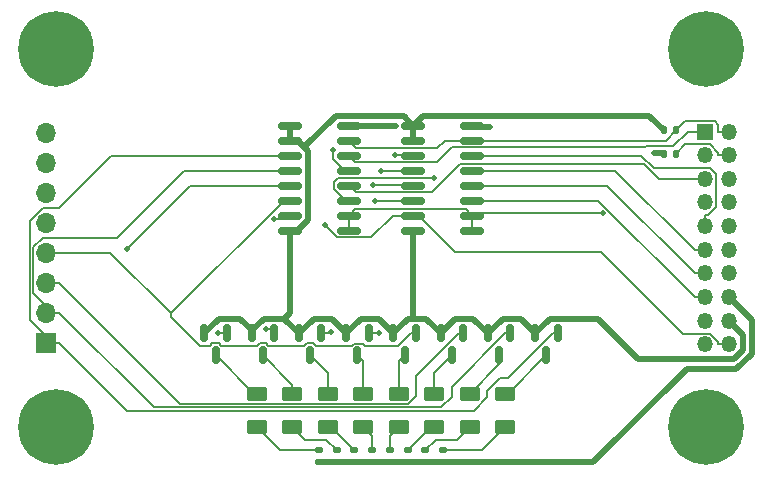
<source format=gbr>
%TF.GenerationSoftware,KiCad,Pcbnew,7.0.7*%
%TF.CreationDate,2024-01-06T16:12:51-06:00*%
%TF.ProjectId,MAR,4d41522e-6b69-4636-9164-5f7063625858,rev?*%
%TF.SameCoordinates,Original*%
%TF.FileFunction,Copper,L1,Top*%
%TF.FilePolarity,Positive*%
%FSLAX46Y46*%
G04 Gerber Fmt 4.6, Leading zero omitted, Abs format (unit mm)*
G04 Created by KiCad (PCBNEW 7.0.7) date 2024-01-06 16:12:51*
%MOMM*%
%LPD*%
G01*
G04 APERTURE LIST*
G04 Aperture macros list*
%AMRoundRect*
0 Rectangle with rounded corners*
0 $1 Rounding radius*
0 $2 $3 $4 $5 $6 $7 $8 $9 X,Y pos of 4 corners*
0 Add a 4 corners polygon primitive as box body*
4,1,4,$2,$3,$4,$5,$6,$7,$8,$9,$2,$3,0*
0 Add four circle primitives for the rounded corners*
1,1,$1+$1,$2,$3*
1,1,$1+$1,$4,$5*
1,1,$1+$1,$6,$7*
1,1,$1+$1,$8,$9*
0 Add four rect primitives between the rounded corners*
20,1,$1+$1,$2,$3,$4,$5,0*
20,1,$1+$1,$4,$5,$6,$7,0*
20,1,$1+$1,$6,$7,$8,$9,0*
20,1,$1+$1,$8,$9,$2,$3,0*%
G04 Aperture macros list end*
%TA.AperFunction,ComponentPad*%
%ADD10C,6.400000*%
%TD*%
%TA.AperFunction,SMDPad,CuDef*%
%ADD11RoundRect,0.150000X-0.150000X0.587500X-0.150000X-0.587500X0.150000X-0.587500X0.150000X0.587500X0*%
%TD*%
%TA.AperFunction,SMDPad,CuDef*%
%ADD12RoundRect,0.250000X-0.625000X0.375000X-0.625000X-0.375000X0.625000X-0.375000X0.625000X0.375000X0*%
%TD*%
%TA.AperFunction,SMDPad,CuDef*%
%ADD13RoundRect,0.135000X-0.185000X0.135000X-0.185000X-0.135000X0.185000X-0.135000X0.185000X0.135000X0*%
%TD*%
%TA.AperFunction,SMDPad,CuDef*%
%ADD14RoundRect,0.135000X-0.135000X-0.185000X0.135000X-0.185000X0.135000X0.185000X-0.135000X0.185000X0*%
%TD*%
%TA.AperFunction,SMDPad,CuDef*%
%ADD15RoundRect,0.150000X-0.825000X-0.150000X0.825000X-0.150000X0.825000X0.150000X-0.825000X0.150000X0*%
%TD*%
%TA.AperFunction,SMDPad,CuDef*%
%ADD16RoundRect,0.135000X0.135000X0.185000X-0.135000X0.185000X-0.135000X-0.185000X0.135000X-0.185000X0*%
%TD*%
%TA.AperFunction,ComponentPad*%
%ADD17R,1.700000X1.700000*%
%TD*%
%TA.AperFunction,ComponentPad*%
%ADD18O,1.700000X1.700000*%
%TD*%
%TA.AperFunction,ComponentPad*%
%ADD19R,1.350000X1.350000*%
%TD*%
%TA.AperFunction,ComponentPad*%
%ADD20O,1.350000X1.350000*%
%TD*%
%TA.AperFunction,ViaPad*%
%ADD21C,0.500000*%
%TD*%
%TA.AperFunction,Conductor*%
%ADD22C,0.150000*%
%TD*%
%TA.AperFunction,Conductor*%
%ADD23C,0.500000*%
%TD*%
G04 APERTURE END LIST*
D10*
%TO.P,H3,1*%
%TO.N,N/C*%
X148000000Y-107600000D03*
%TD*%
D11*
%TO.P,Q3,1,G*%
%TO.N,/Q2*%
X127450000Y-99662500D03*
%TO.P,Q3,2,S*%
%TO.N,GND*%
X125550000Y-99662500D03*
%TO.P,Q3,3,D*%
%TO.N,Net-(D3-K)*%
X126500000Y-101537500D03*
%TD*%
D12*
%TO.P,D4,1,K*%
%TO.N,Net-(D4-K)*%
X122000000Y-104800000D03*
%TO.P,D4,2,A*%
%TO.N,Net-(D4-A)*%
X122000000Y-107600000D03*
%TD*%
D11*
%TO.P,Q6,1,G*%
%TO.N,/Q5*%
X115450000Y-99662500D03*
%TO.P,Q6,2,S*%
%TO.N,GND*%
X113550000Y-99662500D03*
%TO.P,Q6,3,D*%
%TO.N,Net-(D6-K)*%
X114500000Y-101537500D03*
%TD*%
D12*
%TO.P,D5,1,K*%
%TO.N,Net-(D5-K)*%
X119000000Y-104800000D03*
%TO.P,D5,2,A*%
%TO.N,Net-(D5-A)*%
X119000000Y-107600000D03*
%TD*%
D10*
%TO.P,H1,1*%
%TO.N,N/C*%
X93000000Y-75600000D03*
%TD*%
D13*
%TO.P,R3,1*%
%TO.N,Net-(D3-A)*%
X122750000Y-109580000D03*
%TO.P,R3,2*%
%TO.N,VCC*%
X122750000Y-110600000D03*
%TD*%
D10*
%TO.P,H4,1*%
%TO.N,N/C*%
X148000000Y-75600000D03*
%TD*%
D12*
%TO.P,D8,1,K*%
%TO.N,Net-(D8-K)*%
X110000000Y-104800000D03*
%TO.P,D8,2,A*%
%TO.N,Net-(D8-A)*%
X110000000Y-107600000D03*
%TD*%
D11*
%TO.P,Q2,1,G*%
%TO.N,/Q1*%
X131450000Y-99662500D03*
%TO.P,Q2,2,S*%
%TO.N,GND*%
X129550000Y-99662500D03*
%TO.P,Q2,3,D*%
%TO.N,Net-(D2-K)*%
X130500000Y-101537500D03*
%TD*%
D12*
%TO.P,D7,1,K*%
%TO.N,Net-(D7-K)*%
X113000000Y-104800000D03*
%TO.P,D7,2,A*%
%TO.N,Net-(D7-A)*%
X113000000Y-107600000D03*
%TD*%
D10*
%TO.P,H2,1*%
%TO.N,N/C*%
X93000000Y-107600000D03*
%TD*%
D11*
%TO.P,Q1,1,G*%
%TO.N,/Q0*%
X135450000Y-99662500D03*
%TO.P,Q1,2,S*%
%TO.N,GND*%
X133550000Y-99662500D03*
%TO.P,Q1,3,D*%
%TO.N,Net-(D1-K)*%
X134500000Y-101537500D03*
%TD*%
D14*
%TO.P,R10,1*%
%TO.N,GND*%
X144426900Y-82500000D03*
%TO.P,R10,2*%
%TO.N,CLR*%
X145446900Y-82500000D03*
%TD*%
D15*
%TO.P,U2,1,Oe1*%
%TO.N,GND*%
X123250000Y-82082500D03*
%TO.P,U2,2,Oe2*%
X123250000Y-83352500D03*
%TO.P,U2,3,Q0*%
%TO.N,/Q4*%
X123250000Y-84622500D03*
%TO.P,U2,4,Q1*%
%TO.N,/Q5*%
X123250000Y-85892500D03*
%TO.P,U2,5,Q2*%
%TO.N,/Q6*%
X123250000Y-87162500D03*
%TO.P,U2,6,Q3*%
%TO.N,/Q7*%
X123250000Y-88432500D03*
%TO.P,U2,7,Cp*%
%TO.N,CLK*%
X123250000Y-89702500D03*
%TO.P,U2,8,GND*%
%TO.N,GND*%
X123250000Y-90972500D03*
%TO.P,U2,9,E1*%
%TO.N,~{LOAD}*%
X128200000Y-90972500D03*
%TO.P,U2,10,E2*%
X128200000Y-89702500D03*
%TO.P,U2,11,D3*%
%TO.N,/D7*%
X128200000Y-88432500D03*
%TO.P,U2,12,D2*%
%TO.N,/D6*%
X128200000Y-87162500D03*
%TO.P,U2,13,D1*%
%TO.N,/D5*%
X128200000Y-85892500D03*
%TO.P,U2,14,D0*%
%TO.N,/D4*%
X128200000Y-84622500D03*
%TO.P,U2,15,Mr*%
%TO.N,CLR*%
X128200000Y-83352500D03*
%TO.P,U2,16,VCC*%
%TO.N,VCC*%
X128200000Y-82082500D03*
%TD*%
D16*
%TO.P,R9,1*%
%TO.N,~{LOAD}*%
X145446900Y-84500000D03*
%TO.P,R9,2*%
%TO.N,VCC*%
X144426900Y-84500000D03*
%TD*%
D11*
%TO.P,Q5,1,G*%
%TO.N,/Q4*%
X119450000Y-99662500D03*
%TO.P,Q5,2,S*%
%TO.N,GND*%
X117550000Y-99662500D03*
%TO.P,Q5,3,D*%
%TO.N,Net-(D5-K)*%
X118500000Y-101537500D03*
%TD*%
D12*
%TO.P,D2,1,K*%
%TO.N,Net-(D2-K)*%
X128000000Y-104800000D03*
%TO.P,D2,2,A*%
%TO.N,Net-(D2-A)*%
X128000000Y-107600000D03*
%TD*%
D11*
%TO.P,Q7,1,G*%
%TO.N,/Q6*%
X111450000Y-99662500D03*
%TO.P,Q7,2,S*%
%TO.N,GND*%
X109550000Y-99662500D03*
%TO.P,Q7,3,D*%
%TO.N,Net-(D7-K)*%
X110500000Y-101537500D03*
%TD*%
D15*
%TO.P,U1,1,Oe1*%
%TO.N,GND*%
X112800000Y-82082500D03*
%TO.P,U1,2,Oe2*%
X112800000Y-83352500D03*
%TO.P,U1,3,Q0*%
%TO.N,/Q0*%
X112800000Y-84622500D03*
%TO.P,U1,4,Q1*%
%TO.N,/Q1*%
X112800000Y-85892500D03*
%TO.P,U1,5,Q2*%
%TO.N,/Q2*%
X112800000Y-87162500D03*
%TO.P,U1,6,Q3*%
%TO.N,/Q3*%
X112800000Y-88432500D03*
%TO.P,U1,7,Cp*%
%TO.N,CLK*%
X112800000Y-89702500D03*
%TO.P,U1,8,GND*%
%TO.N,GND*%
X112800000Y-90972500D03*
%TO.P,U1,9,E1*%
%TO.N,~{LOAD}*%
X117750000Y-90972500D03*
%TO.P,U1,10,E2*%
X117750000Y-89702500D03*
%TO.P,U1,11,D3*%
%TO.N,/D3*%
X117750000Y-88432500D03*
%TO.P,U1,12,D2*%
%TO.N,/D2*%
X117750000Y-87162500D03*
%TO.P,U1,13,D1*%
%TO.N,/D1*%
X117750000Y-85892500D03*
%TO.P,U1,14,D0*%
%TO.N,/D0*%
X117750000Y-84622500D03*
%TO.P,U1,15,Mr*%
%TO.N,CLR*%
X117750000Y-83352500D03*
%TO.P,U1,16,VCC*%
%TO.N,VCC*%
X117750000Y-82082500D03*
%TD*%
D11*
%TO.P,Q8,1,G*%
%TO.N,/Q7*%
X107450000Y-99662500D03*
%TO.P,Q8,2,S*%
%TO.N,GND*%
X105550000Y-99662500D03*
%TO.P,Q8,3,D*%
%TO.N,Net-(D8-K)*%
X106500000Y-101537500D03*
%TD*%
D12*
%TO.P,D3,1,K*%
%TO.N,Net-(D3-K)*%
X125000000Y-104800000D03*
%TO.P,D3,2,A*%
%TO.N,Net-(D3-A)*%
X125000000Y-107600000D03*
%TD*%
D13*
%TO.P,R4,1*%
%TO.N,Net-(D4-A)*%
X121250000Y-109590000D03*
%TO.P,R4,2*%
%TO.N,VCC*%
X121250000Y-110610000D03*
%TD*%
D11*
%TO.P,Q4,1,G*%
%TO.N,/Q3*%
X123450000Y-99662500D03*
%TO.P,Q4,2,S*%
%TO.N,GND*%
X121550000Y-99662500D03*
%TO.P,Q4,3,D*%
%TO.N,Net-(D4-K)*%
X122500000Y-101537500D03*
%TD*%
D13*
%TO.P,R5,1*%
%TO.N,Net-(D5-A)*%
X119750000Y-109580000D03*
%TO.P,R5,2*%
%TO.N,VCC*%
X119750000Y-110600000D03*
%TD*%
%TO.P,R8,1*%
%TO.N,Net-(D8-A)*%
X115250000Y-109580000D03*
%TO.P,R8,2*%
%TO.N,VCC*%
X115250000Y-110600000D03*
%TD*%
%TO.P,R1,1*%
%TO.N,Net-(D1-A)*%
X125750000Y-109580000D03*
%TO.P,R1,2*%
%TO.N,VCC*%
X125750000Y-110600000D03*
%TD*%
D17*
%TO.P,J2,1,Pin_1*%
%TO.N,/Q0*%
X92165300Y-100475000D03*
D18*
%TO.P,J2,2,Pin_2*%
%TO.N,/Q1*%
X92165300Y-97935000D03*
%TO.P,J2,3,Pin_3*%
%TO.N,/Q2*%
X92165300Y-95395000D03*
%TO.P,J2,4,Pin_4*%
%TO.N,/Q3*%
X92165300Y-92855000D03*
%TO.P,J2,5,Pin_5*%
%TO.N,/Q4*%
X92165300Y-90315000D03*
%TO.P,J2,6,Pin_6*%
%TO.N,/Q5*%
X92165300Y-87775000D03*
%TO.P,J2,7,Pin_7*%
%TO.N,/Q6*%
X92165300Y-85235000D03*
%TO.P,J2,8,Pin_8*%
%TO.N,/Q7*%
X92165300Y-82695000D03*
%TD*%
D19*
%TO.P,J1,1,Pin_1*%
%TO.N,/D0*%
X147946900Y-82600000D03*
D20*
%TO.P,J1,2,Pin_2*%
%TO.N,CLR*%
X149946900Y-82600000D03*
%TO.P,J1,3,Pin_3*%
%TO.N,/D1*%
X147946900Y-84600000D03*
%TO.P,J1,4,Pin_4*%
%TO.N,~{LOAD}*%
X149946900Y-84600000D03*
%TO.P,J1,5,Pin_5*%
%TO.N,/D2*%
X147946900Y-86600000D03*
%TO.P,J1,6,Pin_6*%
%TO.N,unconnected-(J1-Pin_6-Pad6)*%
X149946900Y-86600000D03*
%TO.P,J1,7,Pin_7*%
%TO.N,/D3*%
X147946900Y-88600000D03*
%TO.P,J1,8,Pin_8*%
%TO.N,unconnected-(J1-Pin_8-Pad8)*%
X149946900Y-88600000D03*
%TO.P,J1,9,Pin_9*%
%TO.N,/D4*%
X147946900Y-90600000D03*
%TO.P,J1,10,Pin_10*%
%TO.N,unconnected-(J1-Pin_10-Pad10)*%
X149946900Y-90600000D03*
%TO.P,J1,11,Pin_11*%
%TO.N,/D5*%
X147946900Y-92600000D03*
%TO.P,J1,12,Pin_12*%
%TO.N,unconnected-(J1-Pin_12-Pad12)*%
X149946900Y-92600000D03*
%TO.P,J1,13,Pin_13*%
%TO.N,/D6*%
X147946900Y-94600000D03*
%TO.P,J1,14,Pin_14*%
%TO.N,unconnected-(J1-Pin_14-Pad14)*%
X149946900Y-94600000D03*
%TO.P,J1,15,Pin_15*%
%TO.N,/D7*%
X147946900Y-96600000D03*
%TO.P,J1,16,Pin_16*%
%TO.N,VCC*%
X149946900Y-96600000D03*
%TO.P,J1,17,Pin_17*%
%TO.N,unconnected-(J1-Pin_17-Pad17)*%
X147946900Y-98600000D03*
%TO.P,J1,18,Pin_18*%
%TO.N,GND*%
X149946900Y-98600000D03*
%TO.P,J1,19,Pin_19*%
%TO.N,unconnected-(J1-Pin_19-Pad19)*%
X147946900Y-100600000D03*
%TO.P,J1,20,Pin_20*%
%TO.N,CLK*%
X149946900Y-100600000D03*
%TD*%
D12*
%TO.P,D6,1,K*%
%TO.N,Net-(D6-K)*%
X116000000Y-104800000D03*
%TO.P,D6,2,A*%
%TO.N,Net-(D6-A)*%
X116000000Y-107600000D03*
%TD*%
%TO.P,D1,1,K*%
%TO.N,Net-(D1-K)*%
X131000000Y-104800000D03*
%TO.P,D1,2,A*%
%TO.N,Net-(D1-A)*%
X131000000Y-107600000D03*
%TD*%
D13*
%TO.P,R6,1*%
%TO.N,Net-(D6-A)*%
X118250000Y-109580000D03*
%TO.P,R6,2*%
%TO.N,VCC*%
X118250000Y-110600000D03*
%TD*%
%TO.P,R2,1*%
%TO.N,Net-(D2-A)*%
X124250000Y-109580000D03*
%TO.P,R2,2*%
%TO.N,VCC*%
X124250000Y-110600000D03*
%TD*%
%TO.P,R7,1*%
%TO.N,Net-(D7-A)*%
X116750000Y-109580000D03*
%TO.P,R7,2*%
%TO.N,VCC*%
X116750000Y-110600000D03*
%TD*%
D21*
%TO.N,CLK*%
X115775200Y-90538100D03*
X111419400Y-89980600D03*
%TO.N,VCC*%
X121774300Y-82082500D03*
X129727500Y-82217100D03*
X143590400Y-84420700D03*
%TO.N,/D3*%
X124951500Y-86527500D03*
%TO.N,~{LOAD}*%
X139264600Y-89516700D03*
%TO.N,/D1*%
X116475900Y-84127100D03*
%TO.N,/Q2*%
X98958300Y-92559100D03*
%TO.N,/Q4*%
X120318600Y-99662500D03*
X121663200Y-84619400D03*
%TO.N,/Q5*%
X120501200Y-85959300D03*
X116230900Y-99564900D03*
%TO.N,/Q6*%
X110744000Y-99336800D03*
X119860000Y-87140600D03*
%TO.N,/Q7*%
X106739100Y-99662500D03*
X120010700Y-88488600D03*
%TD*%
D22*
%TO.N,Net-(D1-A)*%
X129020000Y-109580000D02*
X131000000Y-107600000D01*
X125750000Y-109580000D02*
X129020000Y-109580000D01*
%TO.N,Net-(D1-K)*%
X131000000Y-104800000D02*
X131237500Y-104800000D01*
X131237500Y-104800000D02*
X134500000Y-101537500D01*
%TO.N,Net-(D2-A)*%
X124250000Y-109580000D02*
X125157800Y-108672200D01*
X126927800Y-108672200D02*
X128000000Y-107600000D01*
X125157800Y-108672200D02*
X126927800Y-108672200D01*
%TO.N,Net-(D2-K)*%
X130500000Y-102300000D02*
X130500000Y-101537500D01*
X128000000Y-104800000D02*
X130500000Y-102300000D01*
%TO.N,Net-(D3-A)*%
X124730000Y-107600000D02*
X125000000Y-107600000D01*
X122750000Y-109580000D02*
X124730000Y-107600000D01*
%TO.N,Net-(D3-K)*%
X125000000Y-104800000D02*
X125000000Y-103037500D01*
X125000000Y-103037500D02*
X126500000Y-101537500D01*
%TO.N,Net-(D4-A)*%
X121250000Y-108350000D02*
X122000000Y-107600000D01*
X121250000Y-109590000D02*
X121250000Y-108350000D01*
%TO.N,Net-(D4-K)*%
X122000000Y-102037500D02*
X122500000Y-101537500D01*
X122000000Y-104800000D02*
X122000000Y-102037500D01*
%TO.N,Net-(D5-A)*%
X119750000Y-108350000D02*
X119000000Y-107600000D01*
X119750000Y-109580000D02*
X119750000Y-108350000D01*
%TO.N,Net-(D5-K)*%
X119000000Y-102037500D02*
X118500000Y-101537500D01*
X119000000Y-104800000D02*
X119000000Y-102037500D01*
%TO.N,Net-(D6-A)*%
X118250000Y-109580000D02*
X116270000Y-107600000D01*
X116270000Y-107600000D02*
X116000000Y-107600000D01*
%TO.N,Net-(D6-K)*%
X116000000Y-104800000D02*
X116000000Y-103037500D01*
X116000000Y-103037500D02*
X114500000Y-101537500D01*
%TO.N,Net-(D7-A)*%
X114072200Y-108672200D02*
X113000000Y-107600000D01*
X116750000Y-109580000D02*
X115842200Y-108672200D01*
X115842200Y-108672200D02*
X114072200Y-108672200D01*
%TO.N,Net-(D7-K)*%
X113000000Y-104800000D02*
X113000000Y-104037500D01*
X113000000Y-104037500D02*
X110500000Y-101537500D01*
%TO.N,Net-(D8-A)*%
X111980000Y-109580000D02*
X110000000Y-107600000D01*
X115250000Y-109580000D02*
X111980000Y-109580000D01*
%TO.N,Net-(D8-K)*%
X109762500Y-104800000D02*
X106500000Y-101537500D01*
X110000000Y-104800000D02*
X109762500Y-104800000D01*
%TO.N,CLK*%
X112800000Y-89702500D02*
X112521900Y-89980600D01*
X146046800Y-99699900D02*
X139147500Y-92800600D01*
X116778800Y-91541700D02*
X115775200Y-90538100D01*
X139147500Y-92800600D02*
X126786500Y-92800600D01*
X123688400Y-89702500D02*
X123250000Y-89702500D01*
X121480700Y-89702500D02*
X119641500Y-91541700D01*
X148371800Y-99699900D02*
X146046800Y-99699900D01*
X123250000Y-89702500D02*
X121480700Y-89702500D01*
X119641500Y-91541700D02*
X116778800Y-91541700D01*
X112521900Y-89980600D02*
X111419400Y-89980600D01*
X126786500Y-92800600D02*
X123688400Y-89702500D01*
X149046800Y-100374900D02*
X148371800Y-99699900D01*
X149046800Y-100600000D02*
X149046800Y-100374900D01*
X149946900Y-100600000D02*
X149046800Y-100600000D01*
D23*
%TO.N,GND*%
X123250000Y-82082500D02*
X123250000Y-83352500D01*
X108543400Y-98424200D02*
X109550000Y-99430800D01*
X105550000Y-99662500D02*
X106788300Y-98424200D01*
X117550000Y-99662500D02*
X116311700Y-98424200D01*
X151124600Y-101090700D02*
X150391700Y-101823600D01*
X120311700Y-98424200D02*
X121550000Y-99662500D01*
X112800000Y-90972500D02*
X112800000Y-97935900D01*
X143199900Y-81273000D02*
X124059500Y-81273000D01*
X125550000Y-99662500D02*
X124311700Y-98424200D01*
X129550000Y-99662500D02*
X128311700Y-98424200D01*
X130788300Y-98424200D02*
X129550000Y-99662500D01*
X138889000Y-98424200D02*
X134788300Y-98424200D01*
X113445700Y-83352500D02*
X112800000Y-83352500D01*
X123250000Y-98424200D02*
X122788300Y-98424200D01*
X112800000Y-83352500D02*
X112800000Y-82082500D01*
X128311700Y-98424200D02*
X126788300Y-98424200D01*
X113550000Y-99662500D02*
X112311700Y-98424200D01*
X150391700Y-101823600D02*
X142288400Y-101823600D01*
X144426900Y-82500000D02*
X143199900Y-81273000D01*
X132311700Y-98424200D02*
X130788300Y-98424200D01*
X122440400Y-81272900D02*
X123250000Y-82082500D01*
X106788300Y-98424200D02*
X108543400Y-98424200D01*
X124311700Y-98424200D02*
X123250000Y-98424200D01*
X110556600Y-98424200D02*
X109550000Y-99430800D01*
X151124600Y-99777700D02*
X151124600Y-101090700D01*
X133550000Y-99662500D02*
X132311700Y-98424200D01*
X112311700Y-98424200D02*
X110556600Y-98424200D01*
X114788300Y-98424200D02*
X113550000Y-99662500D01*
X122788300Y-98424200D02*
X121550000Y-99662500D01*
X118788300Y-98424200D02*
X120311700Y-98424200D01*
X116311700Y-98424200D02*
X114788300Y-98424200D01*
X109550000Y-99430800D02*
X109550000Y-99662500D01*
X116662000Y-81272900D02*
X122440400Y-81272900D01*
X112800000Y-90972500D02*
X113426400Y-90972500D01*
X112800000Y-97935900D02*
X112311700Y-98424200D01*
X134788300Y-98424200D02*
X133550000Y-99662500D01*
X114014100Y-83920800D02*
X116662000Y-81272900D01*
X113426400Y-90972500D02*
X114302300Y-90096600D01*
X124059500Y-81273000D02*
X123250000Y-82082500D01*
X126788300Y-98424200D02*
X125550000Y-99662500D01*
X117550000Y-99662500D02*
X118788300Y-98424200D01*
X123250000Y-98424200D02*
X123250000Y-90972500D01*
X114302300Y-90096600D02*
X114302300Y-84209100D01*
X142288400Y-101823600D02*
X138889000Y-98424200D01*
X114014100Y-83920800D02*
X113445700Y-83352500D01*
X149946900Y-98600000D02*
X151124600Y-99777700D01*
X114302300Y-84209100D02*
X114014100Y-83920800D01*
%TO.N,VCC*%
X125750000Y-110600000D02*
X124250000Y-110600000D01*
X119760000Y-110610000D02*
X121250000Y-110610000D01*
X150597700Y-102678500D02*
X146385300Y-102678500D01*
X124250000Y-110600000D02*
X122750000Y-110600000D01*
X116750000Y-110600000D02*
X115250000Y-110600000D01*
X143590400Y-84420700D02*
X144347600Y-84420700D01*
X117750000Y-82082500D02*
X121774300Y-82082500D01*
X149946900Y-96600000D02*
X151877200Y-98530300D01*
X128334600Y-82217100D02*
X128200000Y-82082500D01*
X118250000Y-110600000D02*
X119750000Y-110600000D01*
X119750000Y-110600000D02*
X119760000Y-110610000D01*
X138463800Y-110600000D02*
X125750000Y-110600000D01*
X144347600Y-84420700D02*
X144426900Y-84500000D01*
X151877200Y-98530300D02*
X151877200Y-101399000D01*
X129727500Y-82217100D02*
X128334600Y-82217100D01*
X122740000Y-110610000D02*
X122750000Y-110600000D01*
X121250000Y-110610000D02*
X122740000Y-110610000D01*
X146385300Y-102678500D02*
X138463800Y-110600000D01*
X116750000Y-110600000D02*
X118250000Y-110600000D01*
X151877200Y-101399000D02*
X150597700Y-102678500D01*
D22*
%TO.N,/D7*%
X147946900Y-96600000D02*
X147046800Y-96600000D01*
X147046800Y-96600000D02*
X138879300Y-88432500D01*
X138879300Y-88432500D02*
X128200000Y-88432500D01*
%TO.N,/D6*%
X147046800Y-94600000D02*
X139609300Y-87162500D01*
X139609300Y-87162500D02*
X128200000Y-87162500D01*
X147946900Y-94600000D02*
X147046800Y-94600000D01*
%TO.N,/D5*%
X140339300Y-85892500D02*
X147046800Y-92600000D01*
X128200000Y-85892500D02*
X140339300Y-85892500D01*
X147946900Y-92600000D02*
X147046800Y-92600000D01*
%TO.N,/D4*%
X142524500Y-84622500D02*
X143601800Y-85699800D01*
X143601800Y-85699800D02*
X148346400Y-85699800D01*
X148171900Y-89699900D02*
X147946900Y-89699900D01*
X147946900Y-90600000D02*
X147946900Y-89699900D01*
X128200000Y-84622500D02*
X142524500Y-84622500D01*
X148847100Y-89024700D02*
X148171900Y-89699900D01*
X148847100Y-86200500D02*
X148847100Y-89024700D01*
X148346400Y-85699800D02*
X148847100Y-86200500D01*
%TO.N,/D3*%
X116499200Y-87435100D02*
X117496600Y-88432500D01*
X117496600Y-88432500D02*
X117750000Y-88432500D01*
X124951500Y-86527500D02*
X116819400Y-86527500D01*
X116499200Y-86847700D02*
X116499200Y-87435100D01*
X116819400Y-86527500D02*
X116499200Y-86847700D01*
%TO.N,/D2*%
X124812500Y-87753800D02*
X127202200Y-85364100D01*
X118341300Y-87753800D02*
X124812500Y-87753800D01*
X144037700Y-86600000D02*
X147046800Y-86600000D01*
X147946900Y-86600000D02*
X147046800Y-86600000D01*
X117750000Y-87162500D02*
X118341300Y-87753800D01*
X142801800Y-85364100D02*
X144037700Y-86600000D01*
X127202200Y-85364100D02*
X142801800Y-85364100D01*
%TO.N,~{LOAD}*%
X117750000Y-90972500D02*
X117750000Y-89702500D01*
X128385800Y-89516700D02*
X139264600Y-89516700D01*
X128200000Y-89702500D02*
X128385800Y-89516700D01*
X149046800Y-84600000D02*
X149046800Y-84375000D01*
X146276900Y-83670000D02*
X145446900Y-84500000D01*
X148341800Y-83670000D02*
X146276900Y-83670000D01*
X149046800Y-84375000D02*
X148341800Y-83670000D01*
X118276200Y-89176300D02*
X117750000Y-89702500D01*
X128200000Y-90972500D02*
X128200000Y-89702500D01*
X127673800Y-89176300D02*
X118276200Y-89176300D01*
X128200000Y-89702500D02*
X127673800Y-89176300D01*
X149946900Y-84600000D02*
X149046800Y-84600000D01*
%TO.N,/D1*%
X117490000Y-85892500D02*
X116475900Y-84878400D01*
X116475900Y-84878400D02*
X116475900Y-84127100D01*
X117750000Y-85892500D02*
X117490000Y-85892500D01*
%TO.N,CLR*%
X128200000Y-83352500D02*
X125912900Y-83352500D01*
X149946900Y-82600000D02*
X149046800Y-82600000D01*
X118401200Y-84003700D02*
X117750000Y-83352500D01*
X146247100Y-81699800D02*
X145446900Y-82500000D01*
X125912900Y-83352500D02*
X125261700Y-84003700D01*
X149046800Y-82600000D02*
X149046800Y-82009300D01*
X144594400Y-83352500D02*
X128200000Y-83352500D01*
X145446900Y-82500000D02*
X144594400Y-83352500D01*
X125261700Y-84003700D02*
X118401200Y-84003700D01*
X148737300Y-81699800D02*
X146247100Y-81699800D01*
X149046800Y-82009300D02*
X148737300Y-81699800D01*
%TO.N,/D0*%
X146497100Y-82600000D02*
X145251500Y-83845600D01*
X126526200Y-83878300D02*
X125223900Y-85180600D01*
X142897800Y-83845600D02*
X142865100Y-83878300D01*
X147946900Y-82600000D02*
X146497100Y-82600000D01*
X125223900Y-85180600D02*
X118308100Y-85180600D01*
X145251500Y-83845600D02*
X142897800Y-83845600D01*
X118308100Y-85180600D02*
X117750000Y-84622500D01*
X142865100Y-83878300D02*
X126526200Y-83878300D01*
%TO.N,/Q0*%
X91909700Y-89045000D02*
X93240500Y-89045000D01*
X92165300Y-100475000D02*
X92702900Y-100475000D01*
X130614900Y-103433600D02*
X131266400Y-103433600D01*
X90770400Y-90184300D02*
X91909700Y-89045000D01*
X129500000Y-104548500D02*
X130614900Y-103433600D01*
X97663000Y-84622500D02*
X112800000Y-84622500D01*
X135037500Y-99662500D02*
X135450000Y-99662500D01*
X99017000Y-106251600D02*
X128348200Y-106251600D01*
X93240400Y-100475000D02*
X99017000Y-106251600D01*
X90770400Y-98542500D02*
X90770400Y-90184300D01*
X128348200Y-106251600D02*
X129500000Y-105099800D01*
X92702900Y-100475000D02*
X90770400Y-98542500D01*
X131266400Y-103433600D02*
X135037500Y-99662500D01*
X92702900Y-100475000D02*
X93240400Y-100475000D01*
X93240500Y-89045000D02*
X97663000Y-84622500D01*
X129500000Y-105099800D02*
X129500000Y-104548500D01*
%TO.N,/Q1*%
X98126400Y-91585000D02*
X103818900Y-85892500D01*
X103818900Y-85892500D02*
X112800000Y-85892500D01*
X126500000Y-105030300D02*
X125578900Y-105951400D01*
X125578900Y-105951400D02*
X101256800Y-105951400D01*
X92702900Y-97935000D02*
X91070600Y-96302700D01*
X92702900Y-97935000D02*
X93240400Y-97935000D01*
X101256800Y-105951400D02*
X93240400Y-97935000D01*
X126500000Y-104200000D02*
X126500000Y-105030300D01*
X91070600Y-92378200D02*
X91863800Y-91585000D01*
X131037500Y-99662500D02*
X126500000Y-104200000D01*
X91863800Y-91585000D02*
X98126400Y-91585000D01*
X92165300Y-97935000D02*
X92702900Y-97935000D01*
X131450000Y-99662500D02*
X131037500Y-99662500D01*
X91070600Y-96302700D02*
X91070600Y-92378200D01*
%TO.N,/Q2*%
X123500000Y-103256600D02*
X123500000Y-104977800D01*
X123500000Y-104977800D02*
X122826600Y-105651200D01*
X98958300Y-92559100D02*
X104354900Y-87162500D01*
X92165300Y-95395000D02*
X93240400Y-95395000D01*
X122826600Y-105651200D02*
X103496600Y-105651200D01*
X103496600Y-105651200D02*
X93240400Y-95395000D01*
X127094100Y-99662500D02*
X123500000Y-103256600D01*
X104354900Y-87162500D02*
X112800000Y-87162500D01*
X127450000Y-99662500D02*
X127094100Y-99662500D01*
%TO.N,/Q3*%
X97569700Y-92855000D02*
X102703600Y-97988900D01*
X110015500Y-100734500D02*
X110212200Y-100537800D01*
X114769300Y-100537800D02*
X114966000Y-100734500D01*
X119125900Y-100725900D02*
X121962100Y-100725900D01*
X112260000Y-88432500D02*
X102703600Y-97988900D01*
X102703600Y-98281600D02*
X105162500Y-100740500D01*
X110769300Y-100537800D02*
X110966000Y-100734500D01*
X106212200Y-100537800D02*
X106769300Y-100537800D01*
X118181600Y-100568400D02*
X118968400Y-100568400D01*
X112800000Y-88432500D02*
X112260000Y-88432500D01*
X105162500Y-100740500D02*
X106009500Y-100740500D01*
X110212200Y-100537800D02*
X110769300Y-100537800D01*
X118015500Y-100734500D02*
X118181600Y-100568400D01*
X110966000Y-100734500D02*
X114015500Y-100734500D01*
X121962100Y-100725900D02*
X123025500Y-99662500D01*
X114212200Y-100537800D02*
X114769300Y-100537800D01*
X106009500Y-100740500D02*
X106212200Y-100537800D01*
X114966000Y-100734500D02*
X118015500Y-100734500D01*
X92165300Y-92855000D02*
X97569700Y-92855000D01*
X118968400Y-100568400D02*
X119125900Y-100725900D01*
X123025500Y-99662500D02*
X123450000Y-99662500D01*
X114015500Y-100734500D02*
X114212200Y-100537800D01*
X106966000Y-100734500D02*
X110015500Y-100734500D01*
X102703600Y-97988900D02*
X102703600Y-98281600D01*
X106769300Y-100537800D02*
X106966000Y-100734500D01*
%TO.N,/Q4*%
X119450000Y-99662500D02*
X120318600Y-99662500D01*
X121663200Y-84619400D02*
X123246900Y-84619400D01*
X123246900Y-84619400D02*
X123250000Y-84622500D01*
%TO.N,/Q5*%
X116133300Y-99662500D02*
X116230900Y-99564900D01*
X123183200Y-85959300D02*
X123250000Y-85892500D01*
X120501200Y-85959300D02*
X123183200Y-85959300D01*
X115450000Y-99662500D02*
X116133300Y-99662500D01*
%TO.N,/Q6*%
X119860000Y-87140600D02*
X123228100Y-87140600D01*
X111450000Y-99662500D02*
X111124300Y-99336800D01*
X111124300Y-99336800D02*
X110744000Y-99336800D01*
X123228100Y-87140600D02*
X123250000Y-87162500D01*
%TO.N,/Q7*%
X107450000Y-99662500D02*
X106739100Y-99662500D01*
X123193900Y-88488600D02*
X123250000Y-88432500D01*
X120010700Y-88488600D02*
X123193900Y-88488600D01*
%TD*%
M02*

</source>
